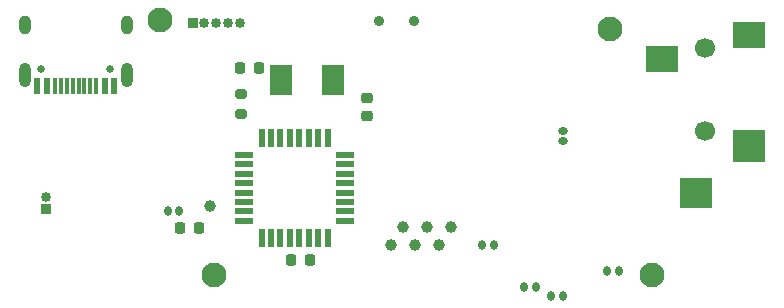
<source format=gbr>
%TF.GenerationSoftware,KiCad,Pcbnew,(6.0.5)*%
%TF.CreationDate,2022-06-05T00:42:26+05:30*%
%TF.ProjectId,PORTABLE_ECG_MACHINE,504f5254-4142-44c4-955f-4543475f4d41,rev-1*%
%TF.SameCoordinates,Original*%
%TF.FileFunction,Soldermask,Bot*%
%TF.FilePolarity,Negative*%
%FSLAX46Y46*%
G04 Gerber Fmt 4.6, Leading zero omitted, Abs format (unit mm)*
G04 Created by KiCad (PCBNEW (6.0.5)) date 2022-06-05 00:42:26*
%MOMM*%
%LPD*%
G01*
G04 APERTURE LIST*
G04 Aperture macros list*
%AMRoundRect*
0 Rectangle with rounded corners*
0 $1 Rounding radius*
0 $2 $3 $4 $5 $6 $7 $8 $9 X,Y pos of 4 corners*
0 Add a 4 corners polygon primitive as box body*
4,1,4,$2,$3,$4,$5,$6,$7,$8,$9,$2,$3,0*
0 Add four circle primitives for the rounded corners*
1,1,$1+$1,$2,$3*
1,1,$1+$1,$4,$5*
1,1,$1+$1,$6,$7*
1,1,$1+$1,$8,$9*
0 Add four rect primitives between the rounded corners*
20,1,$1+$1,$2,$3,$4,$5,0*
20,1,$1+$1,$4,$5,$6,$7,0*
20,1,$1+$1,$6,$7,$8,$9,0*
20,1,$1+$1,$8,$9,$2,$3,0*%
G04 Aperture macros list end*
%ADD10O,0.700000X0.800000*%
%ADD11RoundRect,0.225000X-0.225000X-0.250000X0.225000X-0.250000X0.225000X0.250000X-0.225000X0.250000X0*%
%ADD12C,2.100000*%
%ADD13C,0.900000*%
%ADD14R,0.850000X0.850000*%
%ADD15O,0.850000X0.850000*%
%ADD16C,0.650000*%
%ADD17R,0.600000X1.450000*%
%ADD18R,0.300000X1.450000*%
%ADD19O,1.000000X2.100000*%
%ADD20O,1.000000X1.600000*%
%ADD21R,1.900000X2.500000*%
%ADD22O,0.800000X0.700000*%
%ADD23RoundRect,0.500000X0.000000X0.000000X0.000000X0.000000X0.000000X0.000000X0.000000X0.000000X0*%
%ADD24RoundRect,0.500000X0.000000X0.000000X0.000000X0.000000X0.000000X0.000000X0.000000X0.000000X0*%
%ADD25RoundRect,0.200000X-0.275000X0.200000X-0.275000X-0.200000X0.275000X-0.200000X0.275000X0.200000X0*%
%ADD26RoundRect,0.225000X0.225000X0.250000X-0.225000X0.250000X-0.225000X-0.250000X0.225000X-0.250000X0*%
%ADD27R,0.550000X1.600000*%
%ADD28R,1.600000X0.550000*%
%ADD29RoundRect,0.225000X0.250000X-0.225000X0.250000X0.225000X-0.250000X0.225000X-0.250000X-0.225000X0*%
%ADD30C,1.700000*%
%ADD31R,2.800000X2.200000*%
%ADD32R,2.800000X2.800000*%
%ADD33R,2.800000X2.600000*%
%ADD34C,1.000000*%
G04 APERTURE END LIST*
D10*
%TO.C,JP8*%
X84200000Y-68600000D03*
X83300000Y-68600000D03*
%TD*%
D11*
%TO.C,C8*%
X84325000Y-70000000D03*
X85875000Y-70000000D03*
%TD*%
D12*
%TO.C,REF\u002A\u002A*%
X87139680Y-73998878D03*
%TD*%
%TO.C,REF\u002A\u002A*%
X124223680Y-73998878D03*
%TD*%
%TO.C,REF\u002A\u002A*%
X82567680Y-52408878D03*
%TD*%
%TO.C,REF\u002A\u002A*%
X120667680Y-53170878D03*
%TD*%
D13*
%TO.C,SW1*%
X104133680Y-52480878D03*
X101133680Y-52480878D03*
%TD*%
D14*
%TO.C,J3*%
X72915680Y-68410878D03*
D15*
X72915680Y-67410878D03*
%TD*%
D16*
%TO.C,J4*%
X78345680Y-56532878D03*
X72565680Y-56532878D03*
D17*
X72205680Y-57977878D03*
X73005680Y-57977878D03*
D18*
X74205680Y-57977878D03*
X75205680Y-57977878D03*
X75705680Y-57977878D03*
X76705680Y-57977878D03*
D17*
X77905680Y-57977878D03*
X78705680Y-57977878D03*
X78705680Y-57977878D03*
X77905680Y-57977878D03*
D18*
X77205680Y-57977878D03*
X76205680Y-57977878D03*
X74705680Y-57977878D03*
X73705680Y-57977878D03*
D17*
X73005680Y-57977878D03*
X72205680Y-57977878D03*
D19*
X79775680Y-57062878D03*
X71135680Y-57062878D03*
D20*
X71135680Y-52882878D03*
X79775680Y-52882878D03*
%TD*%
D21*
%TO.C,Y1*%
X97213680Y-57488878D03*
X92813680Y-57488878D03*
%TD*%
D14*
%TO.C,J1*%
X85361680Y-52662878D03*
D15*
X86361680Y-52662878D03*
X87361680Y-52662878D03*
X88361680Y-52662878D03*
X89361680Y-52662878D03*
%TD*%
D10*
%TO.C,JP4*%
X110837680Y-71468878D03*
X109837680Y-71468878D03*
%TD*%
D22*
%TO.C,JP7*%
X116700000Y-62700000D03*
X116700000Y-61800000D03*
%TD*%
D23*
%TO.C,J5*%
X102125680Y-71458878D03*
X103141680Y-69934878D03*
X104157680Y-71458878D03*
X105173680Y-69934878D03*
D24*
X106189680Y-71458878D03*
D23*
X107205680Y-69934878D03*
%TD*%
D10*
%TO.C,JP6*%
X121467680Y-73647878D03*
X120467680Y-73647878D03*
%TD*%
D11*
%TO.C,C12*%
X93730680Y-72728878D03*
X95280680Y-72728878D03*
%TD*%
D25*
%TO.C,R11*%
X89425680Y-58695878D03*
X89425680Y-60345878D03*
%TD*%
D26*
%TO.C,C13*%
X90962680Y-56472878D03*
X89412680Y-56472878D03*
%TD*%
D27*
%TO.C,U3*%
X91197680Y-62382878D03*
X91997680Y-62382878D03*
X92797680Y-62382878D03*
X93597680Y-62382878D03*
X94397680Y-62382878D03*
X95197680Y-62382878D03*
X95997680Y-62382878D03*
X96797680Y-62382878D03*
D28*
X98247680Y-63832878D03*
X98247680Y-64632878D03*
X98247680Y-65432878D03*
X98247680Y-66232878D03*
X98247680Y-67032878D03*
X98247680Y-67832878D03*
X98247680Y-68632878D03*
X98247680Y-69432878D03*
D27*
X96797680Y-70882878D03*
X95997680Y-70882878D03*
X95197680Y-70882878D03*
X94397680Y-70882878D03*
X93597680Y-70882878D03*
X92797680Y-70882878D03*
X91997680Y-70882878D03*
X91197680Y-70882878D03*
D28*
X89747680Y-69432878D03*
X89747680Y-68632878D03*
X89747680Y-67832878D03*
X89747680Y-67032878D03*
X89747680Y-66232878D03*
X89747680Y-65432878D03*
X89747680Y-64632878D03*
X89747680Y-63832878D03*
%TD*%
D10*
%TO.C,JP3*%
X116679680Y-75786878D03*
X115679680Y-75786878D03*
%TD*%
%TO.C,JP5*%
X114393680Y-75024878D03*
X113393680Y-75024878D03*
%TD*%
D29*
%TO.C,C14*%
X100093680Y-60549878D03*
X100093680Y-58999878D03*
%TD*%
D30*
%TO.C,J2*%
X128767680Y-54810878D03*
X128767680Y-61810878D03*
D31*
X125067680Y-55710878D03*
X132467680Y-53710878D03*
D32*
X132467680Y-63110878D03*
D33*
X128017680Y-67110878D03*
%TD*%
D34*
%TO.C,TP1*%
X86800000Y-68200000D03*
%TD*%
M02*

</source>
